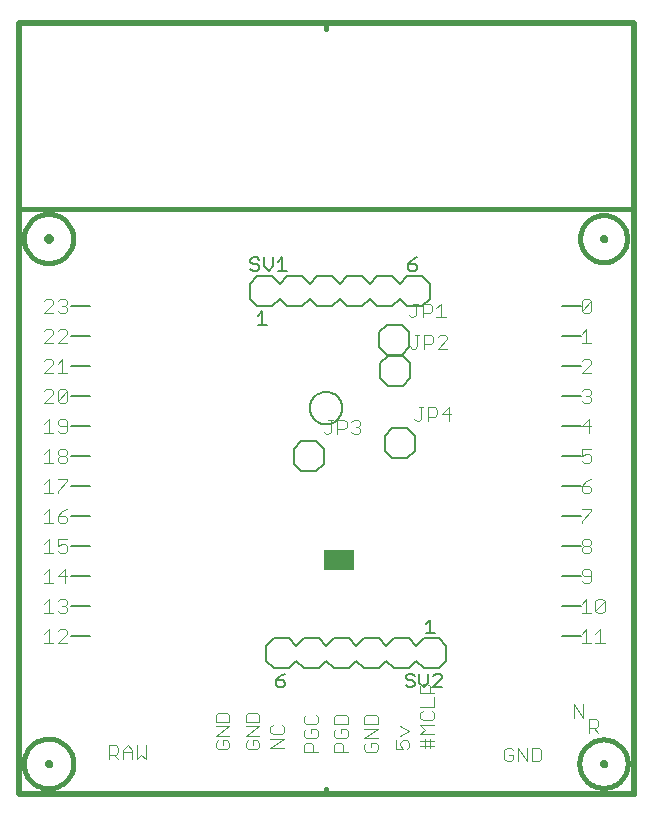
<source format=gto>
G75*
G70*
%OFA0B0*%
%FSLAX24Y24*%
%IPPOS*%
%LPD*%
%AMOC8*
5,1,8,0,0,1.08239X$1,22.5*
%
%ADD10R,0.1020X0.0660*%
%ADD11C,0.0160*%
%ADD12C,0.0040*%
%ADD13C,0.0050*%
%ADD14C,0.0200*%
%ADD15C,0.0080*%
%ADD16C,0.0060*%
D10*
X010990Y008180D03*
D11*
X010550Y000550D02*
X010550Y000450D01*
X010550Y000400D01*
X018994Y001400D02*
X018996Y001456D01*
X019002Y001512D01*
X019012Y001568D01*
X019025Y001622D01*
X019043Y001676D01*
X019064Y001728D01*
X019088Y001778D01*
X019116Y001827D01*
X019148Y001874D01*
X019183Y001918D01*
X019220Y001960D01*
X019261Y001999D01*
X019304Y002035D01*
X019349Y002068D01*
X019397Y002098D01*
X019447Y002124D01*
X019498Y002147D01*
X019551Y002167D01*
X019605Y002182D01*
X019660Y002194D01*
X019716Y002202D01*
X019772Y002206D01*
X019828Y002206D01*
X019884Y002202D01*
X019940Y002194D01*
X019995Y002182D01*
X020049Y002167D01*
X020102Y002147D01*
X020153Y002124D01*
X020203Y002098D01*
X020251Y002068D01*
X020296Y002035D01*
X020339Y001999D01*
X020380Y001960D01*
X020417Y001918D01*
X020452Y001874D01*
X020484Y001827D01*
X020512Y001778D01*
X020536Y001728D01*
X020557Y001676D01*
X020575Y001622D01*
X020588Y001568D01*
X020598Y001512D01*
X020604Y001456D01*
X020606Y001400D01*
X020604Y001344D01*
X020598Y001288D01*
X020588Y001232D01*
X020575Y001178D01*
X020557Y001124D01*
X020536Y001072D01*
X020512Y001022D01*
X020484Y000973D01*
X020452Y000926D01*
X020417Y000882D01*
X020380Y000840D01*
X020339Y000801D01*
X020296Y000765D01*
X020251Y000732D01*
X020203Y000702D01*
X020153Y000676D01*
X020102Y000653D01*
X020049Y000633D01*
X019995Y000618D01*
X019940Y000606D01*
X019884Y000598D01*
X019828Y000594D01*
X019772Y000594D01*
X019716Y000598D01*
X019660Y000606D01*
X019605Y000618D01*
X019551Y000633D01*
X019498Y000653D01*
X019447Y000676D01*
X019397Y000702D01*
X019349Y000732D01*
X019304Y000765D01*
X019261Y000801D01*
X019220Y000840D01*
X019183Y000882D01*
X019148Y000926D01*
X019116Y000973D01*
X019088Y001022D01*
X019064Y001072D01*
X019043Y001124D01*
X019025Y001178D01*
X019012Y001232D01*
X019002Y001288D01*
X018996Y001344D01*
X018994Y001400D01*
X019750Y001400D02*
X019752Y001413D01*
X019757Y001426D01*
X019766Y001437D01*
X019777Y001444D01*
X019790Y001449D01*
X019803Y001450D01*
X019817Y001447D01*
X019829Y001441D01*
X019839Y001432D01*
X019846Y001420D01*
X019850Y001407D01*
X019850Y001393D01*
X019846Y001380D01*
X019839Y001368D01*
X019829Y001359D01*
X019817Y001353D01*
X019803Y001350D01*
X019790Y001351D01*
X019777Y001356D01*
X019766Y001363D01*
X019757Y001374D01*
X019752Y001387D01*
X019750Y001400D01*
X020800Y000400D02*
X020800Y019900D01*
X020500Y019900D01*
X000600Y019900D01*
X000300Y019900D01*
X000300Y000400D01*
X000600Y000400D01*
X020800Y000400D01*
X019017Y018900D02*
X019019Y018956D01*
X019025Y019011D01*
X019035Y019066D01*
X019049Y019121D01*
X019066Y019174D01*
X019088Y019225D01*
X019113Y019275D01*
X019141Y019323D01*
X019173Y019369D01*
X019208Y019413D01*
X019246Y019454D01*
X019287Y019492D01*
X019331Y019527D01*
X019377Y019559D01*
X019425Y019587D01*
X019475Y019612D01*
X019526Y019634D01*
X019579Y019651D01*
X019634Y019665D01*
X019689Y019675D01*
X019744Y019681D01*
X019800Y019683D01*
X019856Y019681D01*
X019911Y019675D01*
X019966Y019665D01*
X020021Y019651D01*
X020074Y019634D01*
X020125Y019612D01*
X020175Y019587D01*
X020223Y019559D01*
X020269Y019527D01*
X020313Y019492D01*
X020354Y019454D01*
X020392Y019413D01*
X020427Y019369D01*
X020459Y019323D01*
X020487Y019275D01*
X020512Y019225D01*
X020534Y019174D01*
X020551Y019121D01*
X020565Y019066D01*
X020575Y019011D01*
X020581Y018956D01*
X020583Y018900D01*
X020581Y018844D01*
X020575Y018789D01*
X020565Y018734D01*
X020551Y018679D01*
X020534Y018626D01*
X020512Y018575D01*
X020487Y018525D01*
X020459Y018477D01*
X020427Y018431D01*
X020392Y018387D01*
X020354Y018346D01*
X020313Y018308D01*
X020269Y018273D01*
X020223Y018241D01*
X020175Y018213D01*
X020125Y018188D01*
X020074Y018166D01*
X020021Y018149D01*
X019966Y018135D01*
X019911Y018125D01*
X019856Y018119D01*
X019800Y018117D01*
X019744Y018119D01*
X019689Y018125D01*
X019634Y018135D01*
X019579Y018149D01*
X019526Y018166D01*
X019475Y018188D01*
X019425Y018213D01*
X019377Y018241D01*
X019331Y018273D01*
X019287Y018308D01*
X019246Y018346D01*
X019208Y018387D01*
X019173Y018431D01*
X019141Y018477D01*
X019113Y018525D01*
X019088Y018575D01*
X019066Y018626D01*
X019049Y018679D01*
X019035Y018734D01*
X019025Y018789D01*
X019019Y018844D01*
X019017Y018900D01*
X019750Y018900D02*
X019752Y018913D01*
X019757Y018926D01*
X019766Y018937D01*
X019777Y018944D01*
X019790Y018949D01*
X019803Y018950D01*
X019817Y018947D01*
X019829Y018941D01*
X019839Y018932D01*
X019846Y018920D01*
X019850Y018907D01*
X019850Y018893D01*
X019846Y018880D01*
X019839Y018868D01*
X019829Y018859D01*
X019817Y018853D01*
X019803Y018850D01*
X019790Y018851D01*
X019777Y018856D01*
X019766Y018863D01*
X019757Y018874D01*
X019752Y018887D01*
X019750Y018900D01*
X020500Y019900D02*
X020550Y019900D01*
X010550Y025900D02*
X010550Y026100D01*
X000480Y018900D02*
X000482Y018957D01*
X000488Y019014D01*
X000498Y019070D01*
X000512Y019126D01*
X000529Y019180D01*
X000551Y019234D01*
X000576Y019285D01*
X000605Y019335D01*
X000637Y019382D01*
X000672Y019427D01*
X000710Y019470D01*
X000751Y019509D01*
X000795Y019546D01*
X000841Y019580D01*
X000890Y019610D01*
X000941Y019637D01*
X000993Y019660D01*
X001047Y019680D01*
X001102Y019696D01*
X001158Y019708D01*
X001214Y019716D01*
X001271Y019720D01*
X001329Y019720D01*
X001386Y019716D01*
X001442Y019708D01*
X001498Y019696D01*
X001553Y019680D01*
X001607Y019660D01*
X001659Y019637D01*
X001710Y019610D01*
X001759Y019580D01*
X001805Y019546D01*
X001849Y019509D01*
X001890Y019470D01*
X001928Y019427D01*
X001963Y019382D01*
X001995Y019335D01*
X002024Y019285D01*
X002049Y019234D01*
X002071Y019180D01*
X002088Y019126D01*
X002102Y019070D01*
X002112Y019014D01*
X002118Y018957D01*
X002120Y018900D01*
X002118Y018843D01*
X002112Y018786D01*
X002102Y018730D01*
X002088Y018674D01*
X002071Y018620D01*
X002049Y018566D01*
X002024Y018515D01*
X001995Y018465D01*
X001963Y018418D01*
X001928Y018373D01*
X001890Y018330D01*
X001849Y018291D01*
X001805Y018254D01*
X001759Y018220D01*
X001710Y018190D01*
X001659Y018163D01*
X001607Y018140D01*
X001553Y018120D01*
X001498Y018104D01*
X001442Y018092D01*
X001386Y018084D01*
X001329Y018080D01*
X001271Y018080D01*
X001214Y018084D01*
X001158Y018092D01*
X001102Y018104D01*
X001047Y018120D01*
X000993Y018140D01*
X000941Y018163D01*
X000890Y018190D01*
X000841Y018220D01*
X000795Y018254D01*
X000751Y018291D01*
X000710Y018330D01*
X000672Y018373D01*
X000637Y018418D01*
X000605Y018465D01*
X000576Y018515D01*
X000551Y018566D01*
X000529Y018620D01*
X000512Y018674D01*
X000498Y018730D01*
X000488Y018786D01*
X000482Y018843D01*
X000480Y018900D01*
X001229Y018900D02*
X001231Y018916D01*
X001237Y018932D01*
X001246Y018946D01*
X001258Y018957D01*
X001272Y018965D01*
X001288Y018970D01*
X001304Y018971D01*
X001320Y018968D01*
X001335Y018961D01*
X001349Y018952D01*
X001359Y018939D01*
X001367Y018924D01*
X001371Y018908D01*
X001371Y018892D01*
X001367Y018876D01*
X001359Y018861D01*
X001349Y018848D01*
X001336Y018839D01*
X001320Y018832D01*
X001304Y018829D01*
X001288Y018830D01*
X001272Y018835D01*
X001258Y018843D01*
X001246Y018854D01*
X001237Y018868D01*
X001231Y018884D01*
X001229Y018900D01*
X000600Y019900D02*
X000550Y019900D01*
X000472Y001400D02*
X000474Y001457D01*
X000480Y001514D01*
X000490Y001570D01*
X000503Y001626D01*
X000521Y001680D01*
X000542Y001733D01*
X000567Y001785D01*
X000595Y001834D01*
X000627Y001882D01*
X000662Y001927D01*
X000700Y001970D01*
X000740Y002010D01*
X000784Y002047D01*
X000830Y002081D01*
X000878Y002112D01*
X000928Y002140D01*
X000980Y002164D01*
X001033Y002184D01*
X001088Y002200D01*
X001144Y002213D01*
X001200Y002222D01*
X001257Y002227D01*
X001314Y002228D01*
X001371Y002225D01*
X001428Y002218D01*
X001484Y002207D01*
X001540Y002193D01*
X001594Y002174D01*
X001646Y002152D01*
X001697Y002126D01*
X001747Y002097D01*
X001794Y002065D01*
X001838Y002029D01*
X001880Y001991D01*
X001920Y001949D01*
X001956Y001905D01*
X001989Y001859D01*
X002019Y001810D01*
X002046Y001759D01*
X002069Y001707D01*
X002088Y001653D01*
X002104Y001598D01*
X002116Y001542D01*
X002124Y001486D01*
X002128Y001429D01*
X002128Y001371D01*
X002124Y001314D01*
X002116Y001258D01*
X002104Y001202D01*
X002088Y001147D01*
X002069Y001093D01*
X002046Y001041D01*
X002019Y000990D01*
X001989Y000941D01*
X001956Y000895D01*
X001920Y000851D01*
X001880Y000809D01*
X001838Y000771D01*
X001794Y000735D01*
X001747Y000703D01*
X001697Y000674D01*
X001646Y000648D01*
X001594Y000626D01*
X001540Y000607D01*
X001484Y000593D01*
X001428Y000582D01*
X001371Y000575D01*
X001314Y000572D01*
X001257Y000573D01*
X001200Y000578D01*
X001144Y000587D01*
X001088Y000600D01*
X001033Y000616D01*
X000980Y000636D01*
X000928Y000660D01*
X000878Y000688D01*
X000830Y000719D01*
X000784Y000753D01*
X000740Y000790D01*
X000700Y000830D01*
X000662Y000873D01*
X000627Y000918D01*
X000595Y000966D01*
X000567Y001015D01*
X000542Y001067D01*
X000521Y001120D01*
X000503Y001174D01*
X000490Y001230D01*
X000480Y001286D01*
X000474Y001343D01*
X000472Y001400D01*
X001250Y001400D02*
X001252Y001413D01*
X001257Y001426D01*
X001266Y001437D01*
X001277Y001444D01*
X001290Y001449D01*
X001303Y001450D01*
X001317Y001447D01*
X001329Y001441D01*
X001339Y001432D01*
X001346Y001420D01*
X001350Y001407D01*
X001350Y001393D01*
X001346Y001380D01*
X001339Y001368D01*
X001329Y001359D01*
X001317Y001353D01*
X001303Y001350D01*
X001290Y001351D01*
X001277Y001356D01*
X001266Y001363D01*
X001257Y001374D01*
X001252Y001387D01*
X001250Y001400D01*
X000600Y000400D02*
X000550Y000400D01*
D12*
X003320Y001545D02*
X003320Y002005D01*
X003550Y002005D01*
X003627Y001929D01*
X003627Y001775D01*
X003550Y001698D01*
X003320Y001698D01*
X003474Y001698D02*
X003627Y001545D01*
X003781Y001545D02*
X003781Y001852D01*
X003934Y002005D01*
X004088Y001852D01*
X004088Y001545D01*
X004241Y001545D02*
X004394Y001698D01*
X004548Y001545D01*
X004548Y002005D01*
X004241Y002005D02*
X004241Y001545D01*
X004088Y001775D02*
X003781Y001775D01*
X001917Y005420D02*
X001610Y005420D01*
X001917Y005727D01*
X001917Y005804D01*
X001840Y005880D01*
X001687Y005880D01*
X001610Y005804D01*
X001303Y005880D02*
X001303Y005420D01*
X001150Y005420D02*
X001456Y005420D01*
X001150Y005727D02*
X001303Y005880D01*
X001303Y006420D02*
X001303Y006880D01*
X001150Y006727D01*
X001150Y006420D02*
X001456Y006420D01*
X001610Y006497D02*
X001687Y006420D01*
X001840Y006420D01*
X001917Y006497D01*
X001917Y006573D01*
X001840Y006650D01*
X001763Y006650D01*
X001840Y006650D02*
X001917Y006727D01*
X001917Y006804D01*
X001840Y006880D01*
X001687Y006880D01*
X001610Y006804D01*
X001456Y007420D02*
X001150Y007420D01*
X001303Y007420D02*
X001303Y007880D01*
X001150Y007727D01*
X001610Y007650D02*
X001917Y007650D01*
X001840Y007420D02*
X001840Y007880D01*
X001610Y007650D01*
X001687Y008420D02*
X001610Y008497D01*
X001687Y008420D02*
X001840Y008420D01*
X001917Y008497D01*
X001917Y008650D01*
X001840Y008727D01*
X001763Y008727D01*
X001610Y008650D01*
X001610Y008880D01*
X001917Y008880D01*
X001840Y009420D02*
X001917Y009497D01*
X001917Y009573D01*
X001840Y009650D01*
X001610Y009650D01*
X001610Y009497D01*
X001687Y009420D01*
X001840Y009420D01*
X001610Y009650D02*
X001763Y009804D01*
X001917Y009880D01*
X001610Y010420D02*
X001610Y010497D01*
X001917Y010804D01*
X001917Y010880D01*
X001610Y010880D01*
X001303Y010880D02*
X001303Y010420D01*
X001150Y010420D02*
X001456Y010420D01*
X001150Y010727D02*
X001303Y010880D01*
X001303Y011420D02*
X001303Y011880D01*
X001150Y011727D01*
X001150Y011420D02*
X001456Y011420D01*
X001610Y011497D02*
X001610Y011573D01*
X001687Y011650D01*
X001840Y011650D01*
X001917Y011573D01*
X001917Y011497D01*
X001840Y011420D01*
X001687Y011420D01*
X001610Y011497D01*
X001687Y011650D02*
X001610Y011727D01*
X001610Y011804D01*
X001687Y011880D01*
X001840Y011880D01*
X001917Y011804D01*
X001917Y011727D01*
X001840Y011650D01*
X001840Y012420D02*
X001917Y012497D01*
X001917Y012804D01*
X001840Y012880D01*
X001687Y012880D01*
X001610Y012804D01*
X001610Y012727D01*
X001687Y012650D01*
X001917Y012650D01*
X001840Y012420D02*
X001687Y012420D01*
X001610Y012497D01*
X001456Y012420D02*
X001150Y012420D01*
X001303Y012420D02*
X001303Y012880D01*
X001150Y012727D01*
X001150Y013420D02*
X001456Y013727D01*
X001456Y013804D01*
X001380Y013880D01*
X001226Y013880D01*
X001150Y013804D01*
X001150Y013420D02*
X001456Y013420D01*
X001610Y013497D02*
X001917Y013804D01*
X001917Y013497D01*
X001840Y013420D01*
X001687Y013420D01*
X001610Y013497D01*
X001610Y013804D01*
X001687Y013880D01*
X001840Y013880D01*
X001917Y013804D01*
X001917Y014420D02*
X001610Y014420D01*
X001763Y014420D02*
X001763Y014880D01*
X001610Y014727D01*
X001456Y014727D02*
X001456Y014804D01*
X001380Y014880D01*
X001226Y014880D01*
X001150Y014804D01*
X001456Y014727D02*
X001150Y014420D01*
X001456Y014420D01*
X001456Y015420D02*
X001150Y015420D01*
X001456Y015727D01*
X001456Y015804D01*
X001380Y015880D01*
X001226Y015880D01*
X001150Y015804D01*
X001610Y015804D02*
X001687Y015880D01*
X001840Y015880D01*
X001917Y015804D01*
X001917Y015727D01*
X001610Y015420D01*
X001917Y015420D01*
X001840Y016420D02*
X001687Y016420D01*
X001610Y016497D01*
X001456Y016420D02*
X001150Y016420D01*
X001456Y016727D01*
X001456Y016804D01*
X001380Y016880D01*
X001226Y016880D01*
X001150Y016804D01*
X001610Y016804D02*
X001687Y016880D01*
X001840Y016880D01*
X001917Y016804D01*
X001917Y016727D01*
X001840Y016650D01*
X001917Y016573D01*
X001917Y016497D01*
X001840Y016420D01*
X001840Y016650D02*
X001763Y016650D01*
X001303Y009880D02*
X001303Y009420D01*
X001150Y009420D02*
X001456Y009420D01*
X001150Y009727D02*
X001303Y009880D01*
X001303Y008880D02*
X001150Y008727D01*
X001303Y008880D02*
X001303Y008420D01*
X001150Y008420D02*
X001456Y008420D01*
X006870Y003021D02*
X006870Y002791D01*
X007330Y002791D01*
X007330Y003021D01*
X007254Y003098D01*
X006947Y003098D01*
X006870Y003021D01*
X006870Y002637D02*
X007330Y002637D01*
X006870Y002330D01*
X007330Y002330D01*
X007254Y002177D02*
X007100Y002177D01*
X007100Y002023D01*
X006947Y001870D02*
X007254Y001870D01*
X007330Y001947D01*
X007330Y002100D01*
X007254Y002177D01*
X006947Y002177D02*
X006870Y002100D01*
X006870Y001947D01*
X006947Y001870D01*
X007870Y001947D02*
X007947Y001870D01*
X008254Y001870D01*
X008330Y001947D01*
X008330Y002100D01*
X008254Y002177D01*
X008100Y002177D01*
X008100Y002023D01*
X007947Y002177D02*
X007870Y002100D01*
X007870Y001947D01*
X007870Y002330D02*
X008330Y002637D01*
X007870Y002637D01*
X007870Y002791D02*
X007870Y003021D01*
X007947Y003098D01*
X008254Y003098D01*
X008330Y003021D01*
X008330Y002791D01*
X007870Y002791D01*
X007870Y002330D02*
X008330Y002330D01*
X008695Y002227D02*
X009155Y002227D01*
X008695Y001920D01*
X009155Y001920D01*
X009079Y002380D02*
X008772Y002380D01*
X008695Y002457D01*
X008695Y002610D01*
X008772Y002687D01*
X009079Y002687D02*
X009155Y002610D01*
X009155Y002457D01*
X009079Y002380D01*
X009820Y002332D02*
X009897Y002255D01*
X010204Y002255D01*
X010280Y002332D01*
X010280Y002485D01*
X010204Y002562D01*
X010050Y002562D01*
X010050Y002409D01*
X009897Y002562D02*
X009820Y002485D01*
X009820Y002332D01*
X009897Y002102D02*
X010050Y002102D01*
X010127Y002025D01*
X010127Y001795D01*
X010280Y001795D02*
X009820Y001795D01*
X009820Y002025D01*
X009897Y002102D01*
X009897Y002716D02*
X010204Y002716D01*
X010280Y002792D01*
X010280Y002946D01*
X010204Y003023D01*
X009897Y003023D02*
X009820Y002946D01*
X009820Y002792D01*
X009897Y002716D01*
X010820Y002716D02*
X010820Y002946D01*
X010897Y003023D01*
X011204Y003023D01*
X011280Y002946D01*
X011280Y002716D01*
X010820Y002716D01*
X010897Y002562D02*
X010820Y002485D01*
X010820Y002332D01*
X010897Y002255D01*
X011204Y002255D01*
X011280Y002332D01*
X011280Y002485D01*
X011204Y002562D01*
X011050Y002562D01*
X011050Y002409D01*
X011050Y002102D02*
X010897Y002102D01*
X010820Y002025D01*
X010820Y001795D01*
X011280Y001795D01*
X011127Y001795D02*
X011127Y002025D01*
X011050Y002102D01*
X011820Y002025D02*
X011820Y001872D01*
X011897Y001795D01*
X012204Y001795D01*
X012280Y001872D01*
X012280Y002025D01*
X012204Y002102D01*
X012050Y002102D01*
X012050Y001948D01*
X011897Y002102D02*
X011820Y002025D01*
X011820Y002255D02*
X012280Y002562D01*
X011820Y002562D01*
X011820Y002716D02*
X011820Y002946D01*
X011897Y003023D01*
X012204Y003023D01*
X012280Y002946D01*
X012280Y002716D01*
X011820Y002716D01*
X011820Y002255D02*
X012280Y002255D01*
X012870Y002177D02*
X012870Y001870D01*
X013100Y001870D01*
X013023Y002023D01*
X013023Y002100D01*
X013100Y002177D01*
X013254Y002177D01*
X013330Y002100D01*
X013330Y001947D01*
X013254Y001870D01*
X013023Y002330D02*
X013330Y002484D01*
X013023Y002637D01*
X013695Y002687D02*
X014155Y002687D01*
X014079Y002841D02*
X014155Y002917D01*
X014155Y003071D01*
X014079Y003148D01*
X014155Y003301D02*
X014155Y003608D01*
X014155Y003761D02*
X013695Y003761D01*
X013695Y003991D01*
X013772Y004068D01*
X013925Y004068D01*
X014002Y003991D01*
X014002Y003761D01*
X014002Y003915D02*
X014155Y004068D01*
X014155Y003301D02*
X013695Y003301D01*
X013772Y003148D02*
X013695Y003071D01*
X013695Y002917D01*
X013772Y002841D01*
X014079Y002841D01*
X013848Y002534D02*
X013695Y002687D01*
X013848Y002534D02*
X013695Y002380D01*
X014155Y002380D01*
X014002Y002227D02*
X014002Y001920D01*
X013848Y001920D02*
X013848Y002150D01*
X013848Y002227D01*
X013695Y002150D02*
X014155Y002150D01*
X014155Y001997D02*
X013695Y001997D01*
X016489Y001854D02*
X016489Y001547D01*
X016566Y001470D01*
X016719Y001470D01*
X016796Y001547D01*
X016796Y001700D01*
X016643Y001700D01*
X016796Y001854D02*
X016719Y001930D01*
X016566Y001930D01*
X016489Y001854D01*
X016950Y001930D02*
X016950Y001470D01*
X017256Y001470D02*
X017256Y001930D01*
X017410Y001930D02*
X017640Y001930D01*
X017717Y001854D01*
X017717Y001547D01*
X017640Y001470D01*
X017410Y001470D01*
X017410Y001930D01*
X016950Y001930D02*
X017256Y001470D01*
X018820Y002920D02*
X018820Y003380D01*
X019127Y002920D01*
X019127Y003380D01*
X019320Y002880D02*
X019550Y002880D01*
X019627Y002804D01*
X019627Y002650D01*
X019550Y002573D01*
X019320Y002573D01*
X019320Y002420D02*
X019320Y002880D01*
X019474Y002573D02*
X019627Y002420D01*
X019684Y005420D02*
X019684Y005880D01*
X019531Y005727D01*
X019531Y005420D02*
X019838Y005420D01*
X019377Y005420D02*
X019070Y005420D01*
X019224Y005420D02*
X019224Y005880D01*
X019070Y005727D01*
X019070Y006420D02*
X019377Y006420D01*
X019224Y006420D02*
X019224Y006880D01*
X019070Y006727D01*
X019531Y006804D02*
X019531Y006497D01*
X019838Y006804D01*
X019838Y006497D01*
X019761Y006420D01*
X019607Y006420D01*
X019531Y006497D01*
X019531Y006804D02*
X019607Y006880D01*
X019761Y006880D01*
X019838Y006804D01*
X019300Y007420D02*
X019377Y007497D01*
X019377Y007804D01*
X019300Y007880D01*
X019147Y007880D01*
X019070Y007804D01*
X019070Y007727D01*
X019147Y007650D01*
X019377Y007650D01*
X019300Y007420D02*
X019147Y007420D01*
X019070Y007497D01*
X019147Y008420D02*
X019070Y008497D01*
X019070Y008573D01*
X019147Y008650D01*
X019300Y008650D01*
X019377Y008573D01*
X019377Y008497D01*
X019300Y008420D01*
X019147Y008420D01*
X019147Y008650D02*
X019070Y008727D01*
X019070Y008804D01*
X019147Y008880D01*
X019300Y008880D01*
X019377Y008804D01*
X019377Y008727D01*
X019300Y008650D01*
X019070Y009420D02*
X019070Y009497D01*
X019377Y009804D01*
X019377Y009880D01*
X019070Y009880D01*
X019147Y010420D02*
X019300Y010420D01*
X019377Y010497D01*
X019377Y010573D01*
X019300Y010650D01*
X019070Y010650D01*
X019070Y010497D01*
X019147Y010420D01*
X019070Y010650D02*
X019224Y010804D01*
X019377Y010880D01*
X019300Y011420D02*
X019147Y011420D01*
X019070Y011497D01*
X019070Y011650D02*
X019224Y011727D01*
X019300Y011727D01*
X019377Y011650D01*
X019377Y011497D01*
X019300Y011420D01*
X019070Y011650D02*
X019070Y011880D01*
X019377Y011880D01*
X019300Y012420D02*
X019300Y012880D01*
X019070Y012650D01*
X019377Y012650D01*
X019300Y013420D02*
X019147Y013420D01*
X019070Y013497D01*
X019224Y013650D02*
X019300Y013650D01*
X019377Y013573D01*
X019377Y013497D01*
X019300Y013420D01*
X019300Y013650D02*
X019377Y013727D01*
X019377Y013804D01*
X019300Y013880D01*
X019147Y013880D01*
X019070Y013804D01*
X019070Y014420D02*
X019377Y014727D01*
X019377Y014804D01*
X019300Y014880D01*
X019147Y014880D01*
X019070Y014804D01*
X019070Y014420D02*
X019377Y014420D01*
X019377Y015420D02*
X019070Y015420D01*
X019224Y015420D02*
X019224Y015880D01*
X019070Y015727D01*
X019147Y016420D02*
X019070Y016497D01*
X019377Y016804D01*
X019377Y016497D01*
X019300Y016420D01*
X019147Y016420D01*
X019070Y016497D02*
X019070Y016804D01*
X019147Y016880D01*
X019300Y016880D01*
X019377Y016804D01*
X014578Y015614D02*
X014578Y015537D01*
X014271Y015230D01*
X014578Y015230D01*
X014578Y015614D02*
X014501Y015690D01*
X014348Y015690D01*
X014271Y015614D01*
X014118Y015614D02*
X014118Y015460D01*
X014041Y015383D01*
X013811Y015383D01*
X013811Y015230D02*
X013811Y015690D01*
X014041Y015690D01*
X014118Y015614D01*
X014231Y016270D02*
X014538Y016270D01*
X014384Y016270D02*
X014384Y016730D01*
X014231Y016577D01*
X014078Y016654D02*
X014078Y016500D01*
X014001Y016423D01*
X013771Y016423D01*
X013771Y016270D02*
X013771Y016730D01*
X014001Y016730D01*
X014078Y016654D01*
X013617Y016730D02*
X013464Y016730D01*
X013540Y016730D02*
X013540Y016347D01*
X013464Y016270D01*
X013387Y016270D01*
X013310Y016347D01*
X013504Y015690D02*
X013657Y015690D01*
X013580Y015690D02*
X013580Y015307D01*
X013504Y015230D01*
X013427Y015230D01*
X013350Y015307D01*
X013644Y013270D02*
X013797Y013270D01*
X013720Y013270D02*
X013720Y012887D01*
X013644Y012810D01*
X013567Y012810D01*
X013490Y012887D01*
X013951Y012963D02*
X014181Y012963D01*
X014258Y013040D01*
X014258Y013194D01*
X014181Y013270D01*
X013951Y013270D01*
X013951Y012810D01*
X014411Y013040D02*
X014718Y013040D01*
X014641Y012810D02*
X014641Y013270D01*
X014411Y013040D01*
X011698Y012774D02*
X011698Y012697D01*
X011621Y012620D01*
X011698Y012543D01*
X011698Y012467D01*
X011621Y012390D01*
X011468Y012390D01*
X011391Y012467D01*
X011238Y012620D02*
X011238Y012774D01*
X011161Y012850D01*
X010931Y012850D01*
X010931Y012390D01*
X010931Y012543D02*
X011161Y012543D01*
X011238Y012620D01*
X011391Y012774D02*
X011468Y012850D01*
X011621Y012850D01*
X011698Y012774D01*
X011621Y012620D02*
X011544Y012620D01*
X010777Y012850D02*
X010624Y012850D01*
X010700Y012850D02*
X010700Y012467D01*
X010624Y012390D01*
X010547Y012390D01*
X010470Y012467D01*
D13*
X010009Y013250D02*
X010011Y013296D01*
X010017Y013341D01*
X010026Y013386D01*
X010040Y013430D01*
X010057Y013473D01*
X010078Y013514D01*
X010102Y013553D01*
X010129Y013590D01*
X010159Y013624D01*
X010193Y013656D01*
X010228Y013685D01*
X010266Y013711D01*
X010306Y013733D01*
X010348Y013752D01*
X010392Y013767D01*
X010436Y013779D01*
X010481Y013787D01*
X010527Y013791D01*
X010573Y013791D01*
X010619Y013787D01*
X010664Y013779D01*
X010708Y013767D01*
X010752Y013752D01*
X010794Y013733D01*
X010834Y013711D01*
X010872Y013685D01*
X010907Y013656D01*
X010941Y013624D01*
X010971Y013590D01*
X010998Y013553D01*
X011022Y013514D01*
X011043Y013473D01*
X011060Y013430D01*
X011074Y013386D01*
X011083Y013341D01*
X011089Y013296D01*
X011091Y013250D01*
X011089Y013204D01*
X011083Y013159D01*
X011074Y013114D01*
X011060Y013070D01*
X011043Y013027D01*
X011022Y012986D01*
X010998Y012947D01*
X010971Y012910D01*
X010941Y012876D01*
X010907Y012844D01*
X010872Y012815D01*
X010834Y012789D01*
X010794Y012767D01*
X010752Y012748D01*
X010708Y012733D01*
X010664Y012721D01*
X010619Y012713D01*
X010573Y012709D01*
X010527Y012709D01*
X010481Y012713D01*
X010436Y012721D01*
X010392Y012733D01*
X010348Y012748D01*
X010306Y012767D01*
X010266Y012789D01*
X010228Y012815D01*
X010193Y012844D01*
X010159Y012876D01*
X010129Y012910D01*
X010102Y012947D01*
X010078Y012986D01*
X010057Y013027D01*
X010040Y013070D01*
X010026Y013114D01*
X010017Y013159D01*
X010011Y013204D01*
X010009Y013250D01*
X008576Y016025D02*
X008275Y016025D01*
X008425Y016025D02*
X008425Y016475D01*
X008275Y016325D01*
X008250Y017825D02*
X008100Y017825D01*
X008025Y017900D01*
X008100Y018050D02*
X008250Y018050D01*
X008326Y017975D01*
X008326Y017900D01*
X008250Y017825D01*
X008100Y018050D02*
X008025Y018125D01*
X008025Y018200D01*
X008100Y018275D01*
X008250Y018275D01*
X008326Y018200D01*
X008486Y018275D02*
X008486Y017975D01*
X008636Y017825D01*
X008786Y017975D01*
X008786Y018275D01*
X008946Y018125D02*
X009096Y018275D01*
X009096Y017825D01*
X008946Y017825D02*
X009246Y017825D01*
X013275Y017900D02*
X013350Y017825D01*
X013500Y017825D01*
X013576Y017900D01*
X013576Y017975D01*
X013500Y018050D01*
X013275Y018050D01*
X013275Y017900D01*
X013275Y018050D02*
X013425Y018200D01*
X013576Y018275D01*
X018425Y016650D02*
X019050Y016650D01*
X019050Y015650D02*
X018425Y015650D01*
X018425Y014650D02*
X019050Y014650D01*
X019050Y013650D02*
X018425Y013650D01*
X018425Y012650D02*
X019050Y012650D01*
X019050Y011650D02*
X018425Y011650D01*
X018425Y010650D02*
X019050Y010650D01*
X019050Y009650D02*
X018425Y009650D01*
X018425Y008650D02*
X019050Y008650D01*
X019050Y007650D02*
X018425Y007650D01*
X018425Y006650D02*
X019050Y006650D01*
X019050Y005650D02*
X018425Y005650D01*
X014425Y004320D02*
X014350Y004395D01*
X014200Y004395D01*
X014125Y004320D01*
X013965Y004395D02*
X013965Y004095D01*
X013815Y003945D01*
X013665Y004095D01*
X013665Y004395D01*
X013504Y004320D02*
X013429Y004395D01*
X013279Y004395D01*
X013204Y004320D01*
X013204Y004245D01*
X013279Y004170D01*
X013429Y004170D01*
X013504Y004095D01*
X013504Y004020D01*
X013429Y003945D01*
X013279Y003945D01*
X013204Y004020D01*
X014125Y003945D02*
X014425Y004245D01*
X014425Y004320D01*
X014425Y003945D02*
X014125Y003945D01*
X014175Y005745D02*
X013875Y005745D01*
X014025Y005745D02*
X014025Y006195D01*
X013875Y006045D01*
X009175Y004395D02*
X009025Y004320D01*
X008875Y004170D01*
X009100Y004170D01*
X009175Y004095D01*
X009175Y004020D01*
X009100Y003945D01*
X008950Y003945D01*
X008875Y004020D01*
X008875Y004170D01*
X002675Y005650D02*
X002050Y005650D01*
X002050Y006650D02*
X002675Y006650D01*
X002675Y007650D02*
X002050Y007650D01*
X002050Y008650D02*
X002675Y008650D01*
X002675Y009650D02*
X002050Y009650D01*
X002050Y010650D02*
X002675Y010650D01*
X002675Y011650D02*
X002050Y011650D01*
X002050Y012650D02*
X002675Y012650D01*
X002675Y013650D02*
X002050Y013650D01*
X002050Y014650D02*
X002675Y014650D01*
X002675Y015650D02*
X002050Y015650D01*
X002050Y016650D02*
X002675Y016650D01*
X000300Y018900D02*
X000300Y019900D01*
X020800Y019900D02*
X020800Y019400D01*
D14*
X010550Y000400D02*
X000300Y000400D01*
X000300Y013250D01*
X000300Y018900D01*
X000300Y026100D01*
X010550Y026100D01*
X020800Y026100D01*
X020800Y019400D01*
X020800Y013250D01*
X020800Y000400D01*
X010550Y000400D01*
D15*
X010230Y011150D02*
X009730Y011150D01*
X009480Y011400D01*
X009480Y011900D01*
X009730Y012150D01*
X010230Y012150D01*
X010480Y011900D01*
X010480Y011400D01*
X010230Y011150D01*
X012500Y011820D02*
X012750Y011570D01*
X013250Y011570D01*
X013500Y011820D01*
X013500Y012320D01*
X013250Y012570D01*
X012750Y012570D01*
X012500Y012320D01*
X012500Y011820D01*
X012610Y013990D02*
X012360Y014240D01*
X012360Y014740D01*
X012610Y014990D01*
X013110Y014990D01*
X013360Y014740D01*
X013360Y014240D01*
X013110Y013990D01*
X012610Y013990D01*
X012570Y015030D02*
X013070Y015030D01*
X013320Y015280D01*
X013320Y015780D01*
X013070Y016030D01*
X012570Y016030D01*
X012320Y015780D01*
X012320Y015280D01*
X012570Y015030D01*
D16*
X012750Y016650D02*
X012250Y016650D01*
X012000Y016900D01*
X011750Y016650D01*
X011250Y016650D01*
X011000Y016900D01*
X010750Y016650D01*
X010250Y016650D01*
X010000Y016900D01*
X009750Y016650D01*
X009250Y016650D01*
X009000Y016900D01*
X008750Y016650D01*
X008250Y016650D01*
X008000Y016900D01*
X008000Y017400D01*
X008250Y017650D01*
X008750Y017650D01*
X009000Y017400D01*
X009250Y017650D01*
X009750Y017650D01*
X010000Y017400D01*
X010250Y017650D01*
X010750Y017650D01*
X011000Y017400D01*
X011250Y017650D01*
X011750Y017650D01*
X012000Y017400D01*
X012250Y017650D01*
X012750Y017650D01*
X013000Y017400D01*
X013250Y017650D01*
X013750Y017650D01*
X014000Y017400D01*
X014000Y016900D01*
X013750Y016650D01*
X013250Y016650D01*
X013000Y016900D01*
X012750Y016650D01*
X012810Y005570D02*
X013310Y005570D01*
X013560Y005320D01*
X013810Y005570D01*
X014310Y005570D01*
X014560Y005320D01*
X014560Y004820D01*
X014310Y004570D01*
X013810Y004570D01*
X013560Y004820D01*
X013310Y004570D01*
X012810Y004570D01*
X012560Y004820D01*
X012310Y004570D01*
X011810Y004570D01*
X011560Y004820D01*
X011310Y004570D01*
X010810Y004570D01*
X010560Y004820D01*
X010310Y004570D01*
X009810Y004570D01*
X009560Y004820D01*
X009310Y004570D01*
X008810Y004570D01*
X008560Y004820D01*
X008560Y005320D01*
X008810Y005570D01*
X009310Y005570D01*
X009560Y005320D01*
X009810Y005570D01*
X010310Y005570D01*
X010560Y005320D01*
X010810Y005570D01*
X011310Y005570D01*
X011560Y005320D01*
X011810Y005570D01*
X012310Y005570D01*
X012560Y005320D01*
X012810Y005570D01*
M02*

</source>
